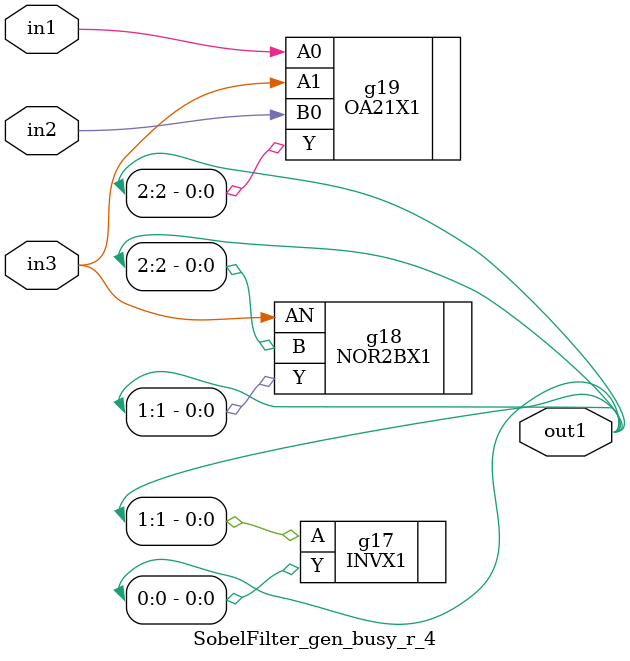
<source format=v>
`timescale 1ps / 1ps


module SobelFilter_gen_busy_r_4(in1, in2, in3, out1);
  input in1, in2, in3;
  output [2:0] out1;
  wire in1, in2, in3;
  wire [2:0] out1;
  INVX1 g17(.A (out1[1]), .Y (out1[0]));
  NOR2BX1 g18(.AN (in3), .B (out1[2]), .Y (out1[1]));
  OA21X1 g19(.A0 (in1), .A1 (in3), .B0 (in2), .Y (out1[2]));
endmodule



</source>
